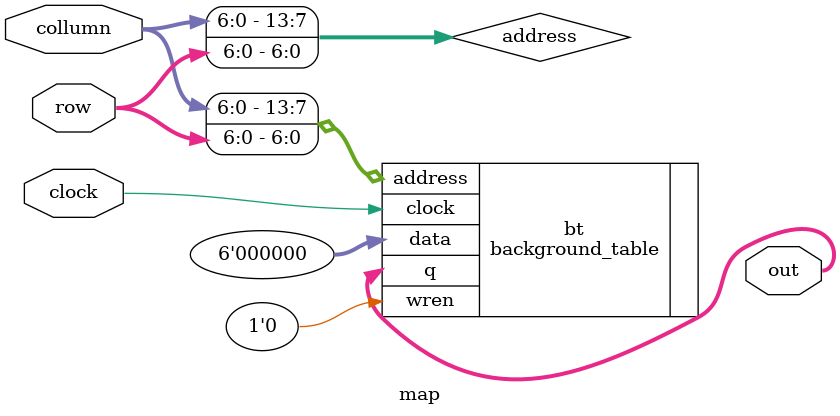
<source format=v>
module map(clock, collumn, row, out);
	input clock;
	input [6:0] collumn;
	input [6:0] row;
	
	output [5:0] out;

	wire [13:0] address;
	assign address = {collumn, row};

	//the memory consist of 128 x 128 tiles (collumns and rows) of 6 bits
	//the 6 bits describe the character on the tile
	background_table bt(.clock(clock), .address(address), .data({6{1'b0}}), .wren(1'b0), .q(out));
endmodule 
</source>
